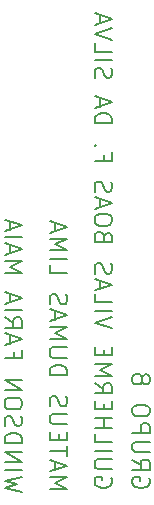
<source format=gbr>
G04 #@! TF.GenerationSoftware,KiCad,Pcbnew,(5.0.2)-1*
G04 #@! TF.CreationDate,2019-06-11T21:21:37-03:00*
G04 #@! TF.ProjectId,projeto(2),70726f6a-6574-46f2-9832-292e6b696361,rev?*
G04 #@! TF.SameCoordinates,Original*
G04 #@! TF.FileFunction,Legend,Bot*
G04 #@! TF.FilePolarity,Positive*
%FSLAX46Y46*%
G04 Gerber Fmt 4.6, Leading zero omitted, Abs format (unit mm)*
G04 Created by KiCad (PCBNEW (5.0.2)-1) date 11/06/2019 21:21:37*
%MOMM*%
%LPD*%
G01*
G04 APERTURE LIST*
%ADD10C,0.150000*%
G04 APERTURE END LIST*
D10*
X206561428Y-104210000D02*
X205061428Y-103852857D01*
X206132857Y-103567142D01*
X205061428Y-103281428D01*
X206561428Y-102924285D01*
X205061428Y-102352857D02*
X206561428Y-102352857D01*
X205061428Y-101638571D02*
X206561428Y-101638571D01*
X205061428Y-100781428D01*
X206561428Y-100781428D01*
X205061428Y-100067142D02*
X206561428Y-100067142D01*
X206561428Y-99710000D01*
X206490000Y-99495714D01*
X206347142Y-99352857D01*
X206204285Y-99281428D01*
X205918571Y-99210000D01*
X205704285Y-99210000D01*
X205418571Y-99281428D01*
X205275714Y-99352857D01*
X205132857Y-99495714D01*
X205061428Y-99710000D01*
X205061428Y-100067142D01*
X205132857Y-98638571D02*
X205061428Y-98424285D01*
X205061428Y-98067142D01*
X205132857Y-97924285D01*
X205204285Y-97852857D01*
X205347142Y-97781428D01*
X205490000Y-97781428D01*
X205632857Y-97852857D01*
X205704285Y-97924285D01*
X205775714Y-98067142D01*
X205847142Y-98352857D01*
X205918571Y-98495714D01*
X205990000Y-98567142D01*
X206132857Y-98638571D01*
X206275714Y-98638571D01*
X206418571Y-98567142D01*
X206490000Y-98495714D01*
X206561428Y-98352857D01*
X206561428Y-97995714D01*
X206490000Y-97781428D01*
X206561428Y-96852857D02*
X206561428Y-96567142D01*
X206490000Y-96424285D01*
X206347142Y-96281428D01*
X206061428Y-96210000D01*
X205561428Y-96210000D01*
X205275714Y-96281428D01*
X205132857Y-96424285D01*
X205061428Y-96567142D01*
X205061428Y-96852857D01*
X205132857Y-96995714D01*
X205275714Y-97138571D01*
X205561428Y-97210000D01*
X206061428Y-97210000D01*
X206347142Y-97138571D01*
X206490000Y-96995714D01*
X206561428Y-96852857D01*
X205061428Y-95567142D02*
X206561428Y-95567142D01*
X205061428Y-94710000D01*
X206561428Y-94710000D01*
X205847142Y-92352857D02*
X205847142Y-92852857D01*
X205061428Y-92852857D02*
X206561428Y-92852857D01*
X206561428Y-92138571D01*
X205490000Y-91638571D02*
X205490000Y-90924285D01*
X205061428Y-91781428D02*
X206561428Y-91281428D01*
X205061428Y-90781428D01*
X205061428Y-89424285D02*
X205775714Y-89924285D01*
X205061428Y-90281428D02*
X206561428Y-90281428D01*
X206561428Y-89710000D01*
X206490000Y-89567142D01*
X206418571Y-89495714D01*
X206275714Y-89424285D01*
X206061428Y-89424285D01*
X205918571Y-89495714D01*
X205847142Y-89567142D01*
X205775714Y-89710000D01*
X205775714Y-90281428D01*
X205061428Y-88781428D02*
X206561428Y-88781428D01*
X205490000Y-88138571D02*
X205490000Y-87424285D01*
X205061428Y-88281428D02*
X206561428Y-87781428D01*
X205061428Y-87281428D01*
X205061428Y-85638571D02*
X206561428Y-85638571D01*
X205490000Y-85138571D01*
X206561428Y-84638571D01*
X205061428Y-84638571D01*
X205490000Y-83995714D02*
X205490000Y-83281428D01*
X205061428Y-84138571D02*
X206561428Y-83638571D01*
X205061428Y-83138571D01*
X205061428Y-82638571D02*
X206561428Y-82638571D01*
X205490000Y-81995714D02*
X205490000Y-81281428D01*
X205061428Y-82138571D02*
X206561428Y-81638571D01*
X205061428Y-81138571D01*
X208871428Y-103960000D02*
X210371428Y-103960000D01*
X209300000Y-103460000D01*
X210371428Y-102960000D01*
X208871428Y-102960000D01*
X209300000Y-102317142D02*
X209300000Y-101602857D01*
X208871428Y-102460000D02*
X210371428Y-101960000D01*
X208871428Y-101460000D01*
X210371428Y-101174285D02*
X210371428Y-100317142D01*
X208871428Y-100745714D02*
X210371428Y-100745714D01*
X209657142Y-99817142D02*
X209657142Y-99317142D01*
X208871428Y-99102857D02*
X208871428Y-99817142D01*
X210371428Y-99817142D01*
X210371428Y-99102857D01*
X210371428Y-98460000D02*
X209157142Y-98460000D01*
X209014285Y-98388571D01*
X208942857Y-98317142D01*
X208871428Y-98174285D01*
X208871428Y-97888571D01*
X208942857Y-97745714D01*
X209014285Y-97674285D01*
X209157142Y-97602857D01*
X210371428Y-97602857D01*
X208942857Y-96960000D02*
X208871428Y-96745714D01*
X208871428Y-96388571D01*
X208942857Y-96245714D01*
X209014285Y-96174285D01*
X209157142Y-96102857D01*
X209300000Y-96102857D01*
X209442857Y-96174285D01*
X209514285Y-96245714D01*
X209585714Y-96388571D01*
X209657142Y-96674285D01*
X209728571Y-96817142D01*
X209800000Y-96888571D01*
X209942857Y-96960000D01*
X210085714Y-96960000D01*
X210228571Y-96888571D01*
X210300000Y-96817142D01*
X210371428Y-96674285D01*
X210371428Y-96317142D01*
X210300000Y-96102857D01*
X208871428Y-94317142D02*
X210371428Y-94317142D01*
X210371428Y-93960000D01*
X210300000Y-93745714D01*
X210157142Y-93602857D01*
X210014285Y-93531428D01*
X209728571Y-93460000D01*
X209514285Y-93460000D01*
X209228571Y-93531428D01*
X209085714Y-93602857D01*
X208942857Y-93745714D01*
X208871428Y-93960000D01*
X208871428Y-94317142D01*
X210371428Y-92817142D02*
X209157142Y-92817142D01*
X209014285Y-92745714D01*
X208942857Y-92674285D01*
X208871428Y-92531428D01*
X208871428Y-92245714D01*
X208942857Y-92102857D01*
X209014285Y-92031428D01*
X209157142Y-91960000D01*
X210371428Y-91960000D01*
X208871428Y-91245714D02*
X210371428Y-91245714D01*
X209300000Y-90745714D01*
X210371428Y-90245714D01*
X208871428Y-90245714D01*
X209300000Y-89602857D02*
X209300000Y-88888571D01*
X208871428Y-89745714D02*
X210371428Y-89245714D01*
X208871428Y-88745714D01*
X208942857Y-88317142D02*
X208871428Y-88102857D01*
X208871428Y-87745714D01*
X208942857Y-87602857D01*
X209014285Y-87531428D01*
X209157142Y-87460000D01*
X209300000Y-87460000D01*
X209442857Y-87531428D01*
X209514285Y-87602857D01*
X209585714Y-87745714D01*
X209657142Y-88031428D01*
X209728571Y-88174285D01*
X209800000Y-88245714D01*
X209942857Y-88317142D01*
X210085714Y-88317142D01*
X210228571Y-88245714D01*
X210300000Y-88174285D01*
X210371428Y-88031428D01*
X210371428Y-87674285D01*
X210300000Y-87460000D01*
X208871428Y-84960000D02*
X208871428Y-85674285D01*
X210371428Y-85674285D01*
X208871428Y-84460000D02*
X210371428Y-84460000D01*
X208871428Y-83745714D02*
X210371428Y-83745714D01*
X209300000Y-83245714D01*
X210371428Y-82745714D01*
X208871428Y-82745714D01*
X209300000Y-82102857D02*
X209300000Y-81388571D01*
X208871428Y-82245714D02*
X210371428Y-81745714D01*
X208871428Y-81245714D01*
X214110000Y-102998571D02*
X214181428Y-103141428D01*
X214181428Y-103355714D01*
X214110000Y-103570000D01*
X213967142Y-103712857D01*
X213824285Y-103784285D01*
X213538571Y-103855714D01*
X213324285Y-103855714D01*
X213038571Y-103784285D01*
X212895714Y-103712857D01*
X212752857Y-103570000D01*
X212681428Y-103355714D01*
X212681428Y-103212857D01*
X212752857Y-102998571D01*
X212824285Y-102927142D01*
X213324285Y-102927142D01*
X213324285Y-103212857D01*
X214181428Y-102284285D02*
X212967142Y-102284285D01*
X212824285Y-102212857D01*
X212752857Y-102141428D01*
X212681428Y-101998571D01*
X212681428Y-101712857D01*
X212752857Y-101570000D01*
X212824285Y-101498571D01*
X212967142Y-101427142D01*
X214181428Y-101427142D01*
X212681428Y-100712857D02*
X214181428Y-100712857D01*
X212681428Y-99284285D02*
X212681428Y-99998571D01*
X214181428Y-99998571D01*
X212681428Y-98784285D02*
X214181428Y-98784285D01*
X213467142Y-98784285D02*
X213467142Y-97927142D01*
X212681428Y-97927142D02*
X214181428Y-97927142D01*
X213467142Y-97212857D02*
X213467142Y-96712857D01*
X212681428Y-96498571D02*
X212681428Y-97212857D01*
X214181428Y-97212857D01*
X214181428Y-96498571D01*
X212681428Y-94998571D02*
X213395714Y-95498571D01*
X212681428Y-95855714D02*
X214181428Y-95855714D01*
X214181428Y-95284285D01*
X214110000Y-95141428D01*
X214038571Y-95070000D01*
X213895714Y-94998571D01*
X213681428Y-94998571D01*
X213538571Y-95070000D01*
X213467142Y-95141428D01*
X213395714Y-95284285D01*
X213395714Y-95855714D01*
X212681428Y-94355714D02*
X214181428Y-94355714D01*
X213110000Y-93855714D01*
X214181428Y-93355714D01*
X212681428Y-93355714D01*
X213467142Y-92641428D02*
X213467142Y-92141428D01*
X212681428Y-91927142D02*
X212681428Y-92641428D01*
X214181428Y-92641428D01*
X214181428Y-91927142D01*
X214181428Y-90355714D02*
X212681428Y-89855714D01*
X214181428Y-89355714D01*
X212681428Y-88855714D02*
X214181428Y-88855714D01*
X212681428Y-87427142D02*
X212681428Y-88141428D01*
X214181428Y-88141428D01*
X213110000Y-86998571D02*
X213110000Y-86284285D01*
X212681428Y-87141428D02*
X214181428Y-86641428D01*
X212681428Y-86141428D01*
X212752857Y-85712857D02*
X212681428Y-85498571D01*
X212681428Y-85141428D01*
X212752857Y-84998571D01*
X212824285Y-84927142D01*
X212967142Y-84855714D01*
X213110000Y-84855714D01*
X213252857Y-84927142D01*
X213324285Y-84998571D01*
X213395714Y-85141428D01*
X213467142Y-85427142D01*
X213538571Y-85570000D01*
X213610000Y-85641428D01*
X213752857Y-85712857D01*
X213895714Y-85712857D01*
X214038571Y-85641428D01*
X214110000Y-85570000D01*
X214181428Y-85427142D01*
X214181428Y-85070000D01*
X214110000Y-84855714D01*
X213467142Y-82570000D02*
X213395714Y-82355714D01*
X213324285Y-82284285D01*
X213181428Y-82212857D01*
X212967142Y-82212857D01*
X212824285Y-82284285D01*
X212752857Y-82355714D01*
X212681428Y-82498571D01*
X212681428Y-83070000D01*
X214181428Y-83070000D01*
X214181428Y-82570000D01*
X214110000Y-82427142D01*
X214038571Y-82355714D01*
X213895714Y-82284285D01*
X213752857Y-82284285D01*
X213610000Y-82355714D01*
X213538571Y-82427142D01*
X213467142Y-82570000D01*
X213467142Y-83070000D01*
X214181428Y-81284285D02*
X214181428Y-80998571D01*
X214110000Y-80855714D01*
X213967142Y-80712857D01*
X213681428Y-80641428D01*
X213181428Y-80641428D01*
X212895714Y-80712857D01*
X212752857Y-80855714D01*
X212681428Y-80998571D01*
X212681428Y-81284285D01*
X212752857Y-81427142D01*
X212895714Y-81570000D01*
X213181428Y-81641428D01*
X213681428Y-81641428D01*
X213967142Y-81570000D01*
X214110000Y-81427142D01*
X214181428Y-81284285D01*
X213110000Y-80070000D02*
X213110000Y-79355714D01*
X212681428Y-80212857D02*
X214181428Y-79712857D01*
X212681428Y-79212857D01*
X212752857Y-78784285D02*
X212681428Y-78570000D01*
X212681428Y-78212857D01*
X212752857Y-78070000D01*
X212824285Y-77998571D01*
X212967142Y-77927142D01*
X213110000Y-77927142D01*
X213252857Y-77998571D01*
X213324285Y-78070000D01*
X213395714Y-78212857D01*
X213467142Y-78498571D01*
X213538571Y-78641428D01*
X213610000Y-78712857D01*
X213752857Y-78784285D01*
X213895714Y-78784285D01*
X214038571Y-78712857D01*
X214110000Y-78641428D01*
X214181428Y-78498571D01*
X214181428Y-78141428D01*
X214110000Y-77927142D01*
X213467142Y-75641428D02*
X213467142Y-76141428D01*
X212681428Y-76141428D02*
X214181428Y-76141428D01*
X214181428Y-75427142D01*
X212824285Y-74855714D02*
X212752857Y-74784285D01*
X212681428Y-74855714D01*
X212752857Y-74927142D01*
X212824285Y-74855714D01*
X212681428Y-74855714D01*
X212681428Y-72998571D02*
X214181428Y-72998571D01*
X214181428Y-72641428D01*
X214110000Y-72427142D01*
X213967142Y-72284285D01*
X213824285Y-72212857D01*
X213538571Y-72141428D01*
X213324285Y-72141428D01*
X213038571Y-72212857D01*
X212895714Y-72284285D01*
X212752857Y-72427142D01*
X212681428Y-72641428D01*
X212681428Y-72998571D01*
X213110000Y-71570000D02*
X213110000Y-70855714D01*
X212681428Y-71712857D02*
X214181428Y-71212857D01*
X212681428Y-70712857D01*
X212752857Y-69141428D02*
X212681428Y-68927142D01*
X212681428Y-68570000D01*
X212752857Y-68427142D01*
X212824285Y-68355714D01*
X212967142Y-68284285D01*
X213110000Y-68284285D01*
X213252857Y-68355714D01*
X213324285Y-68427142D01*
X213395714Y-68570000D01*
X213467142Y-68855714D01*
X213538571Y-68998571D01*
X213610000Y-69070000D01*
X213752857Y-69141428D01*
X213895714Y-69141428D01*
X214038571Y-69070000D01*
X214110000Y-68998571D01*
X214181428Y-68855714D01*
X214181428Y-68498571D01*
X214110000Y-68284285D01*
X212681428Y-67641428D02*
X214181428Y-67641428D01*
X212681428Y-66212857D02*
X212681428Y-66927142D01*
X214181428Y-66927142D01*
X214181428Y-65927142D02*
X212681428Y-65427142D01*
X214181428Y-64927142D01*
X213110000Y-64498571D02*
X213110000Y-63784285D01*
X212681428Y-64641428D02*
X214181428Y-64141428D01*
X212681428Y-63641428D01*
X217285000Y-103024285D02*
X217356428Y-103167142D01*
X217356428Y-103381428D01*
X217285000Y-103595714D01*
X217142142Y-103738571D01*
X216999285Y-103810000D01*
X216713571Y-103881428D01*
X216499285Y-103881428D01*
X216213571Y-103810000D01*
X216070714Y-103738571D01*
X215927857Y-103595714D01*
X215856428Y-103381428D01*
X215856428Y-103238571D01*
X215927857Y-103024285D01*
X215999285Y-102952857D01*
X216499285Y-102952857D01*
X216499285Y-103238571D01*
X215856428Y-101452857D02*
X216570714Y-101952857D01*
X215856428Y-102310000D02*
X217356428Y-102310000D01*
X217356428Y-101738571D01*
X217285000Y-101595714D01*
X217213571Y-101524285D01*
X217070714Y-101452857D01*
X216856428Y-101452857D01*
X216713571Y-101524285D01*
X216642142Y-101595714D01*
X216570714Y-101738571D01*
X216570714Y-102310000D01*
X217356428Y-100810000D02*
X216142142Y-100810000D01*
X215999285Y-100738571D01*
X215927857Y-100667142D01*
X215856428Y-100524285D01*
X215856428Y-100238571D01*
X215927857Y-100095714D01*
X215999285Y-100024285D01*
X216142142Y-99952857D01*
X217356428Y-99952857D01*
X215856428Y-99238571D02*
X217356428Y-99238571D01*
X217356428Y-98667142D01*
X217285000Y-98524285D01*
X217213571Y-98452857D01*
X217070714Y-98381428D01*
X216856428Y-98381428D01*
X216713571Y-98452857D01*
X216642142Y-98524285D01*
X216570714Y-98667142D01*
X216570714Y-99238571D01*
X217356428Y-97452857D02*
X217356428Y-97167142D01*
X217285000Y-97024285D01*
X217142142Y-96881428D01*
X216856428Y-96810000D01*
X216356428Y-96810000D01*
X216070714Y-96881428D01*
X215927857Y-97024285D01*
X215856428Y-97167142D01*
X215856428Y-97452857D01*
X215927857Y-97595714D01*
X216070714Y-97738571D01*
X216356428Y-97810000D01*
X216856428Y-97810000D01*
X217142142Y-97738571D01*
X217285000Y-97595714D01*
X217356428Y-97452857D01*
X216713571Y-94810000D02*
X216785000Y-94952857D01*
X216856428Y-95024285D01*
X216999285Y-95095714D01*
X217070714Y-95095714D01*
X217213571Y-95024285D01*
X217285000Y-94952857D01*
X217356428Y-94810000D01*
X217356428Y-94524285D01*
X217285000Y-94381428D01*
X217213571Y-94310000D01*
X217070714Y-94238571D01*
X216999285Y-94238571D01*
X216856428Y-94310000D01*
X216785000Y-94381428D01*
X216713571Y-94524285D01*
X216713571Y-94810000D01*
X216642142Y-94952857D01*
X216570714Y-95024285D01*
X216427857Y-95095714D01*
X216142142Y-95095714D01*
X215999285Y-95024285D01*
X215927857Y-94952857D01*
X215856428Y-94810000D01*
X215856428Y-94524285D01*
X215927857Y-94381428D01*
X215999285Y-94310000D01*
X216142142Y-94238571D01*
X216427857Y-94238571D01*
X216570714Y-94310000D01*
X216642142Y-94381428D01*
X216713571Y-94524285D01*
M02*

</source>
